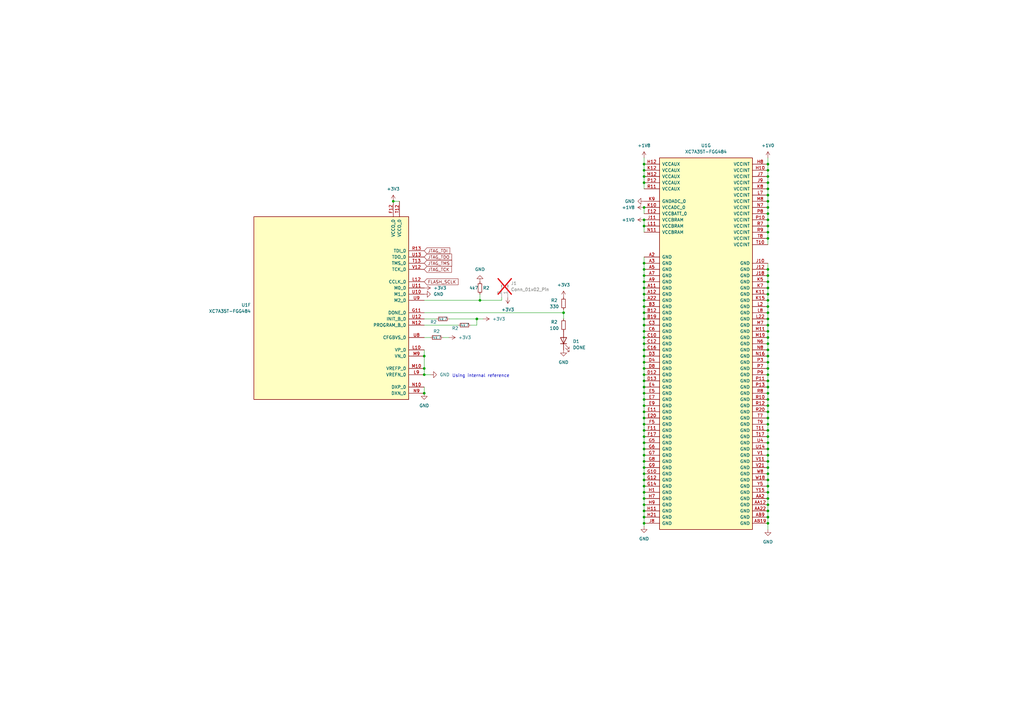
<source format=kicad_sch>
(kicad_sch (version 20230121) (generator eeschema)
  (paper "A3")
  (title_block (title "FPGA SOM 1") (rev "B") (company "controlpaths.com"))
  (junction (at 264.16 173.99))
  (junction (at 314.96 146.05))
  (junction (at 314.96 171.45))
  (junction (at 264.16 118.11))
  (junction (at 314.96 196.85))
  (junction (at 314.96 166.37))
  (junction (at 264.16 191.77))
  (junction (at 314.96 184.15))
  (junction (at 314.96 151.13))
  (junction (at 264.16 201.93))
  (junction (at 314.96 110.49))
  (junction (at 264.16 161.29))
  (junction (at 264.16 196.85))
  (junction (at 264.16 72.39))
  (junction (at 314.96 161.29))
  (junction (at 264.16 74.93))
  (junction (at 264.16 125.73))
  (junction (at 314.96 148.59))
  (junction (at 314.96 85.09))
  (junction (at 264.16 133.35))
  (junction (at 264.16 67.31))
  (junction (at 264.16 110.49))
  (junction (at 314.96 138.43))
  (junction (at 264.16 207.01))
  (junction (at 264.16 138.43))
  (junction (at 173.99 146.05))
  (junction (at 173.99 161.29))
  (junction (at 314.96 143.51))
  (junction (at 264.16 146.05))
  (junction (at 264.16 148.59))
  (junction (at 314.96 115.57))
  (junction (at 314.96 179.07))
  (junction (at 264.16 199.39))
  (junction (at 314.96 80.01))
  (junction (at 264.16 194.31))
  (junction (at 314.96 125.73))
  (junction (at 314.96 140.97))
  (junction (at 314.96 207.01))
  (junction (at 264.16 179.07))
  (junction (at 314.96 77.47))
  (junction (at 314.96 113.03))
  (junction (at 314.96 214.63))
  (junction (at 314.96 133.35))
  (junction (at 314.96 128.27))
  (junction (at 264.16 212.09))
  (junction (at 264.16 120.65))
  (junction (at 314.96 153.67))
  (junction (at 264.16 107.95))
  (junction (at 314.96 123.19))
  (junction (at 264.16 69.85))
  (junction (at 314.96 97.79))
  (junction (at 314.96 90.17))
  (junction (at 264.16 176.53))
  (junction (at 314.96 199.39))
  (junction (at 264.16 186.69))
  (junction (at 314.96 212.09))
  (junction (at 264.16 92.71))
  (junction (at 314.96 191.77))
  (junction (at 314.96 156.21))
  (junction (at 314.96 158.75))
  (junction (at 196.85 123.19))
  (junction (at 314.96 67.31))
  (junction (at 314.96 87.63))
  (junction (at 314.96 209.55))
  (junction (at 314.96 74.93))
  (junction (at 264.16 204.47))
  (junction (at 314.96 194.31))
  (junction (at 314.96 176.53))
  (junction (at 314.96 173.99))
  (junction (at 264.16 115.57))
  (junction (at 314.96 181.61))
  (junction (at 173.99 151.13))
  (junction (at 264.16 166.37))
  (junction (at 264.16 143.51))
  (junction (at 314.96 135.89))
  (junction (at 264.16 130.81))
  (junction (at 314.96 201.93))
  (junction (at 314.96 95.25))
  (junction (at 314.96 186.69))
  (junction (at 264.16 171.45))
  (junction (at 314.96 204.47))
  (junction (at 161.29 82.55))
  (junction (at 264.16 140.97))
  (junction (at 173.99 153.67))
  (junction (at 264.16 128.27))
  (junction (at 264.16 189.23))
  (junction (at 314.96 130.81))
  (junction (at 264.16 209.55))
  (junction (at 264.16 156.21))
  (junction (at 264.16 151.13))
  (junction (at 264.16 153.67))
  (junction (at 264.16 181.61))
  (junction (at 264.16 123.19))
  (junction (at 195.58 130.81))
  (junction (at 264.16 158.75))
  (junction (at 314.96 69.85))
  (junction (at 264.16 113.03))
  (junction (at 314.96 82.55))
  (junction (at 314.96 189.23))
  (junction (at 314.96 168.91))
  (junction (at 314.96 92.71))
  (junction (at 264.16 90.17))
  (junction (at 264.16 184.15))
  (junction (at 264.16 85.09))
  (junction (at 264.16 168.91))
  (junction (at 264.16 135.89))
  (junction (at 264.16 214.63))
  (junction (at 314.96 72.39))
  (junction (at 314.96 163.83))
  (junction (at 264.16 163.83))
  (junction (at 314.96 120.65))
  (junction (at 231.14 128.27))
  (junction (at 314.96 118.11))
  (wire (pts (xy 195.58 133.35) (xy 195.58 130.81)))
  (wire (pts (xy 264.16 176.53) (xy 264.16 179.07)))
  (wire (pts (xy 161.29 82.55) (xy 163.83 82.55)))
  (wire (pts (xy 314.96 186.69) (xy 314.96 189.23)))
  (wire (pts (xy 314.96 196.85) (xy 314.96 199.39)))
  (wire (pts (xy 264.16 204.47) (xy 264.16 207.01)))
  (wire (pts (xy 314.96 171.45) (xy 314.96 173.99)))
  (wire (pts (xy 314.96 135.89) (xy 314.96 138.43)))
  (wire (pts (xy 314.96 151.13) (xy 314.96 153.67)))
  (wire (pts (xy 264.16 168.91) (xy 264.16 171.45)))
  (wire (pts (xy 264.16 184.15) (xy 264.16 186.69)))
  (wire (pts (xy 264.16 151.13) (xy 264.16 153.67)))
  (wire (pts (xy 264.16 128.27) (xy 264.16 130.81)))
  (wire (pts (xy 264.16 130.81) (xy 264.16 133.35)))
  (wire (pts (xy 196.85 123.19) (xy 205.74 123.19)))
  (wire (pts (xy 173.99 158.75) (xy 173.99 161.29)))
  (wire (pts (xy 264.16 115.57) (xy 264.16 118.11)))
  (wire (pts (xy 264.16 156.21) (xy 264.16 158.75)))
  (wire (pts (xy 264.16 189.23) (xy 264.16 191.77)))
  (wire (pts (xy 173.99 123.19) (xy 196.85 123.19)))
  (wire (pts (xy 173.99 133.35) (xy 187.96 133.35)))
  (wire (pts (xy 264.16 67.31) (xy 264.16 69.85)))
  (wire (pts (xy 314.96 123.19) (xy 314.96 125.73)))
  (wire (pts (xy 184.15 130.81) (xy 195.58 130.81)))
  (wire (pts (xy 314.96 80.01) (xy 314.96 82.55)))
  (wire (pts (xy 314.96 207.01) (xy 314.96 209.55)))
  (wire (pts (xy 264.16 181.61) (xy 264.16 184.15)))
  (wire (pts (xy 264.16 140.97) (xy 264.16 143.51)))
  (wire (pts (xy 314.96 212.09) (xy 314.96 214.63)))
  (wire (pts (xy 314.96 133.35) (xy 314.96 135.89)))
  (wire (pts (xy 314.96 214.63) (xy 314.96 217.17)))
  (wire (pts (xy 264.16 166.37) (xy 264.16 168.91)))
  (wire (pts (xy 314.96 173.99) (xy 314.96 176.53)))
  (wire (pts (xy 314.96 184.15) (xy 314.96 186.69)))
  (wire (pts (xy 314.96 140.97) (xy 314.96 143.51)))
  (wire (pts (xy 314.96 156.21) (xy 314.96 158.75)))
  (wire (pts (xy 314.96 87.63) (xy 314.96 90.17)))
  (wire (pts (xy 314.96 95.25) (xy 314.96 97.79)))
  (wire (pts (xy 314.96 158.75) (xy 314.96 161.29)))
  (wire (pts (xy 264.16 163.83) (xy 264.16 166.37)))
  (wire (pts (xy 314.96 130.81) (xy 314.96 133.35)))
  (wire (pts (xy 264.16 201.93) (xy 264.16 204.47)))
  (wire (pts (xy 173.99 153.67) (xy 176.53 153.67)))
  (wire (pts (xy 314.96 107.95) (xy 314.96 110.49)))
  (wire (pts (xy 264.16 173.99) (xy 264.16 176.53)))
  (wire (pts (xy 264.16 113.03) (xy 264.16 115.57)))
  (wire (pts (xy 314.96 72.39) (xy 314.96 74.93)))
  (wire (pts (xy 196.85 120.65) (xy 196.85 123.19)))
  (wire (pts (xy 314.96 163.83) (xy 314.96 166.37)))
  (wire (pts (xy 314.96 118.11) (xy 314.96 120.65)))
  (wire (pts (xy 195.58 130.81) (xy 198.12 130.81)))
  (wire (pts (xy 314.96 67.31) (xy 314.96 69.85)))
  (wire (pts (xy 314.96 166.37) (xy 314.96 168.91)))
  (wire (pts (xy 231.14 128.27) (xy 231.14 127)))
  (wire (pts (xy 264.16 148.59) (xy 264.16 151.13)))
  (wire (pts (xy 264.16 125.73) (xy 264.16 128.27)))
  (wire (pts (xy 314.96 82.55) (xy 314.96 85.09)))
  (wire (pts (xy 314.96 148.59) (xy 314.96 151.13)))
  (wire (pts (xy 193.04 133.35) (xy 195.58 133.35)))
  (wire (pts (xy 173.99 143.51) (xy 173.99 146.05)))
  (wire (pts (xy 231.14 128.27) (xy 231.14 130.81)))
  (wire (pts (xy 264.16 92.71) (xy 264.16 95.25)))
  (wire (pts (xy 314.96 176.53) (xy 314.96 179.07)))
  (wire (pts (xy 314.96 128.27) (xy 314.96 130.81)))
  (wire (pts (xy 264.16 191.77) (xy 264.16 194.31)))
  (wire (pts (xy 264.16 64.77) (xy 264.16 67.31)))
  (wire (pts (xy 314.96 199.39) (xy 314.96 201.93)))
  (wire (pts (xy 264.16 90.17) (xy 264.16 92.71)))
  (wire (pts (xy 264.16 120.65) (xy 264.16 123.19)))
  (wire (pts (xy 181.61 138.43) (xy 184.15 138.43)))
  (wire (pts (xy 314.96 153.67) (xy 314.96 156.21)))
  (wire (pts (xy 264.16 212.09) (xy 264.16 214.63)))
  (wire (pts (xy 314.96 138.43) (xy 314.96 140.97)))
  (wire (pts (xy 264.16 153.67) (xy 264.16 156.21)))
  (wire (pts (xy 314.96 189.23) (xy 314.96 191.77)))
  (wire (pts (xy 264.16 194.31) (xy 264.16 196.85)))
  (wire (pts (xy 264.16 133.35) (xy 264.16 135.89)))
  (wire (pts (xy 264.16 72.39) (xy 264.16 74.93)))
  (wire (pts (xy 314.96 194.31) (xy 314.96 196.85)))
  (wire (pts (xy 205.74 123.19) (xy 205.74 121.92)))
  (wire (pts (xy 264.16 74.93) (xy 264.16 77.47)))
  (wire (pts (xy 264.16 105.41) (xy 264.16 107.95)))
  (wire (pts (xy 314.96 90.17) (xy 314.96 92.71)))
  (wire (pts (xy 264.16 118.11) (xy 264.16 120.65)))
  (wire (pts (xy 314.96 92.71) (xy 314.96 95.25)))
  (wire (pts (xy 314.96 77.47) (xy 314.96 80.01)))
  (wire (pts (xy 314.96 74.93) (xy 314.96 77.47)))
  (wire (pts (xy 264.16 138.43) (xy 264.16 140.97)))
  (wire (pts (xy 264.16 146.05) (xy 264.16 148.59)))
  (wire (pts (xy 173.99 138.43) (xy 176.53 138.43)))
  (wire (pts (xy 264.16 207.01) (xy 264.16 209.55)))
  (wire (pts (xy 314.96 143.51) (xy 314.96 146.05)))
  (wire (pts (xy 173.99 151.13) (xy 173.99 153.67)))
  (wire (pts (xy 314.96 125.73) (xy 314.96 128.27)))
  (wire (pts (xy 264.16 199.39) (xy 264.16 201.93)))
  (wire (pts (xy 264.16 123.19) (xy 264.16 125.73)))
  (wire (pts (xy 314.96 110.49) (xy 314.96 113.03)))
  (wire (pts (xy 264.16 110.49) (xy 264.16 113.03)))
  (wire (pts (xy 314.96 161.29) (xy 314.96 163.83)))
  (wire (pts (xy 314.96 168.91) (xy 314.96 171.45)))
  (wire (pts (xy 314.96 181.61) (xy 314.96 184.15)))
  (wire (pts (xy 264.16 135.89) (xy 264.16 138.43)))
  (wire (pts (xy 173.99 130.81) (xy 179.07 130.81)))
  (wire (pts (xy 314.96 191.77) (xy 314.96 194.31)))
  (wire (pts (xy 264.16 186.69) (xy 264.16 189.23)))
  (wire (pts (xy 173.99 128.27) (xy 231.14 128.27)))
  (wire (pts (xy 314.96 146.05) (xy 314.96 148.59)))
  (wire (pts (xy 264.16 214.63) (xy 264.16 215.9)))
  (wire (pts (xy 264.16 171.45) (xy 264.16 173.99)))
  (wire (pts (xy 173.99 146.05) (xy 173.99 151.13)))
  (wire (pts (xy 264.16 161.29) (xy 264.16 163.83)))
  (wire (pts (xy 264.16 85.09) (xy 264.16 87.63)))
  (wire (pts (xy 314.96 85.09) (xy 314.96 87.63)))
  (wire (pts (xy 264.16 179.07) (xy 264.16 181.61)))
  (wire (pts (xy 314.96 115.57) (xy 314.96 118.11)))
  (wire (pts (xy 314.96 209.55) (xy 314.96 212.09)))
  (wire (pts (xy 264.16 196.85) (xy 264.16 199.39)))
  (wire (pts (xy 314.96 69.85) (xy 314.96 72.39)))
  (wire (pts (xy 314.96 201.93) (xy 314.96 204.47)))
  (wire (pts (xy 264.16 209.55) (xy 264.16 212.09)))
  (wire (pts (xy 264.16 143.51) (xy 264.16 146.05)))
  (wire (pts (xy 314.96 179.07) (xy 314.96 181.61)))
  (wire (pts (xy 314.96 97.79) (xy 314.96 100.33)))
  (wire (pts (xy 314.96 204.47) (xy 314.96 207.01)))
  (wire (pts (xy 264.16 158.75) (xy 264.16 161.29)))
  (wire (pts (xy 314.96 113.03) (xy 314.96 115.57)))
  (wire (pts (xy 314.96 64.77) (xy 314.96 67.31)))
  (wire (pts (xy 314.96 120.65) (xy 314.96 123.19)))
  (wire (pts (xy 264.16 69.85) (xy 264.16 72.39)))
  (wire (pts (xy 264.16 107.95) (xy 264.16 110.49)))
  (text "Using internal reference" (at 185.42 154.94 0) (effects (font (size 1.27 1.27)) (justify left bottom)))
  (global_label "JTAG_TDI" (shape input) (at 173.99 102.87 0) (property "Intersheetrefs" "${INTERSHEET_REFS}" (effects hide)))
  (global_label "JTAG_TDO" (shape input) (at 173.99 105.41 0) (property "Intersheetrefs" "${INTERSHEET_REFS}" (effects hide)))
  (global_label "JTAG_TMS" (shape input) (at 173.99 107.95 0) (property "Intersheetrefs" "${INTERSHEET_REFS}" (effects hide)))
  (global_label "JTAG_TCK" (shape input) (at 173.99 110.49 0) (property "Intersheetrefs" "${INTERSHEET_REFS}" (effects hide)))
  (global_label "FLASH_SCLK" (shape input) (at 173.99 115.57 0) (property "Intersheetrefs" "${INTERSHEET_REFS}" (effects hide)))
  (symbol (lib_id "power:+3V3") (at 198.12 130.81 270) (unit 1)
    (property "Reference" "#PWR046" (effects hide))
    (property "Value" "+3V3" (at 201.93 130.81 90) (effects (justify left)))
  )
  (symbol (lib_id "power:+1V8") (at 264.16 64.77 0) (unit 1)
    (property "Reference" "#PWR027" (effects hide))
    (property "Value" "+1V8" (at 264.16 59.69 0))
  )
  (symbol (lib_id "Device:R_Small") (at 181.61 130.81 90) (unit 1)
    (property "Reference" "R2" (at 177.8 132.08 90))
    (property "Value" "4k7" (at 181.61 130.81 90))
    (property "Footprint" "Resistor_SMD:R_0402_1005Metric" (effects hide))
    (property "JLCPCB" "C3017492" (effects hide))
    (instances (project "som_fpga" (path "" (reference "R2") (unit 1)) (path "" (reference "R9") (unit 1))))
  )
  (symbol (lib_id "Device:R_Small") (at 231.14 133.35 180) (unit 1)
    (property "Reference" "R2" (at 227.33 132.08 0))
    (property "Value" "100" (at 227.33 134.62 0))
    (property "Footprint" "Resistor_SMD:R_0402_1005Metric" (effects hide))
    (property "JLCPCB" "C471762" (effects hide))
    (instances (project "som_fpga" (path "" (reference "R2") (unit 1)) (path "" (reference "R18") (unit 1))))
  )
  (symbol (lib_id "power:+3V3") (at 161.29 82.55 0) (unit 1)
    (property "Reference" "#PWR031" (effects hide))
    (property "Value" "+3V3" (at 161.29 77.47 0))
  )
  (symbol (lib_id "Device:R_Small") (at 179.07 138.43 90) (unit 1)
    (property "Reference" "R2" (at 179.07 135.89 90))
    (property "Value" "4k7" (at 179.07 138.43 90))
    (property "Footprint" "Resistor_SMD:R_0402_1005Metric" (effects hide))
    (property "JLCPCB" "C3017492" (effects hide))
    (instances (project "som_fpga" (path "" (reference "R2") (unit 1)) (path "" (reference "R7") (unit 1))))
  )
  (symbol (lib_id "power:GND") (at 173.99 120.65 90) (unit 1)
    (property "Reference" "#PWR043" (effects hide))
    (property "Value" "GND" (at 177.8 120.65 90) (effects (justify right)))
  )
  (symbol (lib_id "power:+1V0") (at 264.16 90.17 90) (unit 1)
    (property "Reference" "#PWR028" (effects hide))
    (property "Value" "+1V0" (at 260.35 90.17 90) (effects (justify left)))
  )
  (symbol (lib_id "power:GND") (at 314.96 217.17 0) (unit 1)
    (property "Reference" "#PWR025" (effects hide))
    (property "Value" "GND" (at 314.96 222.25 0))
  )
  (symbol (lib_id "Device:R_Small") (at 196.85 118.11 180) (unit 1)
    (property "Reference" "R2" (at 199.39 118.11 0))
    (property "Value" "4k7" (at 194.31 118.11 0))
    (property "Footprint" "Resistor_SMD:R_0402_1005Metric" (effects hide))
    (property "JLCPCB" "C3017492" (effects hide))
    (instances (project "som_fpga" (path "" (reference "R2") (unit 1)) (path "" (reference "R8") (unit 1))))
  )
  (symbol (lib_id "power:+1V0") (at 314.96 64.77 0) (unit 1)
    (property "Reference" "#PWR026" (effects hide))
    (property "Value" "+1V0" (at 314.96 59.69 0))
  )
  (symbol (lib_id "power:+1V8") (at 264.16 85.09 90) (unit 1)
    (property "Reference" "#PWR029" (effects hide))
    (property "Value" "+1V8" (at 260.35 85.09 90) (effects (justify left)))
  )
  (symbol (lib_id "power:GND") (at 264.16 215.9 0) (unit 1)
    (property "Reference" "#PWR024" (effects hide))
    (property "Value" "GND" (at 264.16 220.98 0))
  )
  (symbol (lib_id "FPGA_Xilinx_Artix7:XC7A35T-FGG484") (at 135.89 123.19 0) (unit 6)
    (property "Reference" "U1" (at 102.87 125.095 0) (effects (justify right)))
    (property "Value" "XC7A35T-FGG484" (at 102.87 127.635 0) (effects (justify right)))
    (property "Footprint" "Package_BGA:FB-BGA-484_23.0x23.0mm_Layout22x22_P1.0mm" (effects hide))
  )
  (symbol (lib_id "Device:R_Small") (at 231.14 124.46 180) (unit 1)
    (property "Reference" "R2" (at 227.33 123.19 0))
    (property "Value" "330" (at 227.33 125.73 0))
    (property "Footprint" "Resistor_SMD:R_0402_1005Metric" (effects hide))
    (property "JLCPCB" "C881192" (effects hide))
    (instances (project "som_fpga" (path "" (reference "R2") (unit 1)) (path "" (reference "R11") (unit 1))))
  )
  (symbol (lib_id "power:+3V3") (at 184.15 138.43 270) (unit 1)
    (property "Reference" "#PWR040" (effects hide))
    (property "Value" "+3V3" (at 187.96 138.43 90) (effects (justify left)))
  )
  (symbol (lib_id "power:GND") (at 264.16 82.55 270) (unit 1)
    (property "Reference" "#PWR030" (effects hide))
    (property "Value" "GND" (at 260.35 82.55 90) (effects (justify right)))
  )
  (symbol (lib_id "Device:R_Small") (at 190.5 133.35 90) (unit 1)
    (property "Reference" "R2" (at 186.69 134.62 90))
    (property "Value" "4k7" (at 190.5 133.35 90))
    (property "Footprint" "Resistor_SMD:R_0402_1005Metric" (effects hide))
    (property "JLCPCB" "C3017492" (effects hide))
    (instances (project "som_fpga" (path "" (reference "R2") (unit 1)) (path "" (reference "R10") (unit 1))))
  )
  (symbol (lib_id "power:GND") (at 196.85 115.57 180) (unit 1)
    (property "Reference" "#PWR045" (effects hide))
    (property "Value" "GND" (at 196.85 110.49 0))
  )
  (symbol (lib_id "power:+3V3") (at 208.28 121.92 180) (unit 1)
    (property "Reference" "#PWR044" (effects hide))
    (property "Value" "+3V3" (at 208.28 127 0))
  )
  (symbol (lib_id "power:+3V3") (at 231.14 121.92 0) (unit 1)
    (property "Reference" "#PWR047" (effects hide))
    (property "Value" "+3V3" (at 231.14 116.84 0))
  )
  (symbol (lib_id "FPGA_Xilinx_Artix7:XC7A35T-FGG484") (at 289.56 140.97 0) (unit 7)
    (property "Reference" "U1" (at 289.56 59.69 0))
    (property "Value" "XC7A35T-FGG484" (at 289.56 62.23 0))
    (property "Footprint" "Package_BGA:FB-BGA-484_23.0x23.0mm_Layout22x22_P1.0mm" (effects hide))
  )
  (symbol (lib_id "power:GND") (at 173.99 161.29 0) (unit 1)
    (property "Reference" "#PWR041" (effects hide))
    (property "Value" "GND" (at 173.99 166.37 0))
  )
  (symbol (lib_id "Device:LED") (at 231.14 139.7 90) (unit 1)
    (property "Reference" "D1" (at 234.95 140.0175 90) (effects (justify right)))
    (property "Value" "DONE" (at 234.95 142.5575 90) (effects (justify right)))
    (property "Footprint" "LED_SMD:LED_0603_1608Metric" (effects hide))
    (property "JLCPCB" "C89814" (effects hide))
  )
  (symbol (lib_id "power:+3V3") (at 173.99 118.11 270) (unit 1)
    (property "Reference" "#PWR042" (effects hide))
    (property "Value" "+3V3" (at 177.8 118.11 90) (effects (justify left)))
  )
  (symbol (lib_id "power:GND") (at 231.14 143.51 0) (unit 1)
    (property "Reference" "#PWR048" (effects hide))
    (property "Value" "GND" (at 231.14 148.59 0))
  )
  (symbol (lib_id "Connector:Conn_01x02_Pin") (at 208.28 116.84 270) (unit 1) (dnp yes)
    (property "Reference" "J1" (at 209.55 116.205 90) (effects (justify left)))
    (property "Value" "Conn_01x02_Pin" (at 209.55 118.745 90) (effects (justify left)))
    (property "Footprint" "Connector_PinHeader_2.54mm:PinHeader_1x02_P2.54mm_Vertical" (effects hide))
  )
  (symbol (lib_id "power:GND") (at 176.53 153.67 90) (unit 1)
    (property "Reference" "#PWR049" (effects hide))
    (property "Value" "GND" (at 180.34 153.67 90) (effects (justify right)))
  )
)
</source>
